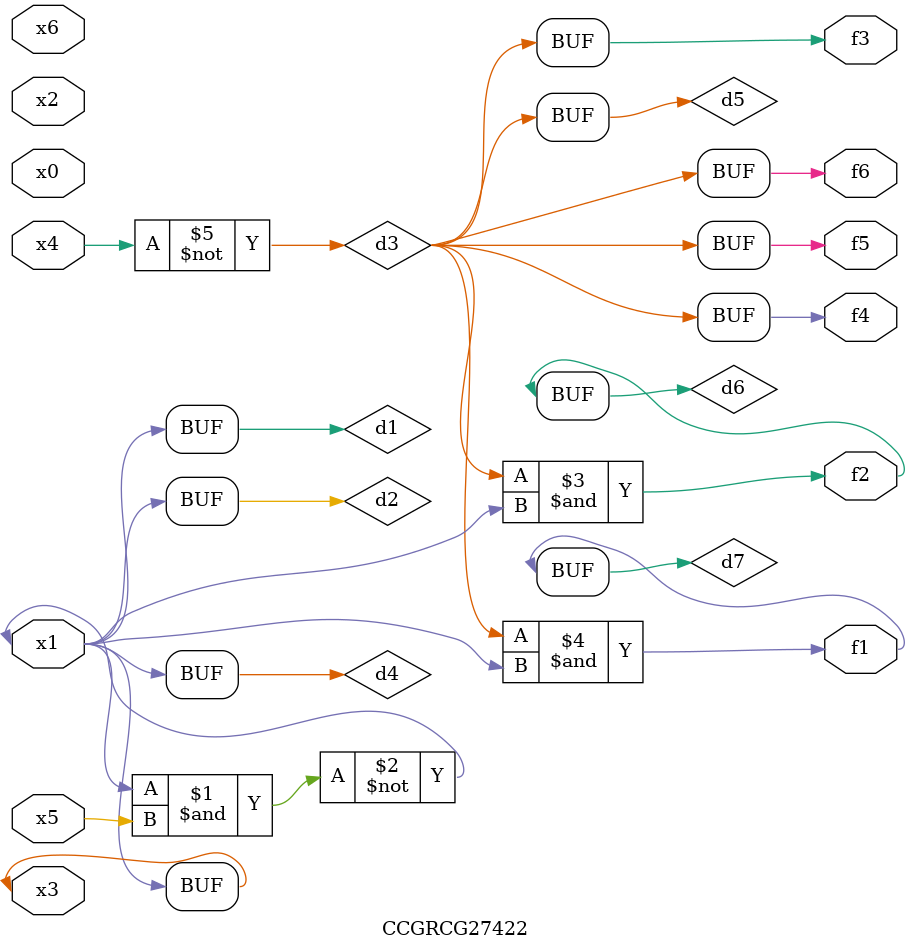
<source format=v>
module CCGRCG27422(
	input x0, x1, x2, x3, x4, x5, x6,
	output f1, f2, f3, f4, f5, f6
);

	wire d1, d2, d3, d4, d5, d6, d7;

	buf (d1, x1, x3);
	nand (d2, x1, x5);
	not (d3, x4);
	buf (d4, d1, d2);
	buf (d5, d3);
	and (d6, d3, d4);
	and (d7, d3, d4);
	assign f1 = d7;
	assign f2 = d6;
	assign f3 = d5;
	assign f4 = d5;
	assign f5 = d5;
	assign f6 = d5;
endmodule

</source>
